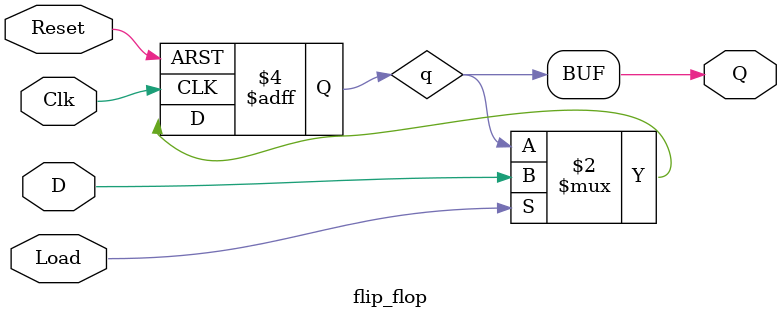
<source format=sv>
module flip_flop (input logic Clk, Reset, Load, D,
						output logic Q);
logic q;
assign Q = q;
		always_ff @ (posedge Clk or posedge Reset)
		begin
			if (Reset)
				q <= 1'b0;
			else if (Load)
				q <= D;
		end
endmodule
</source>
